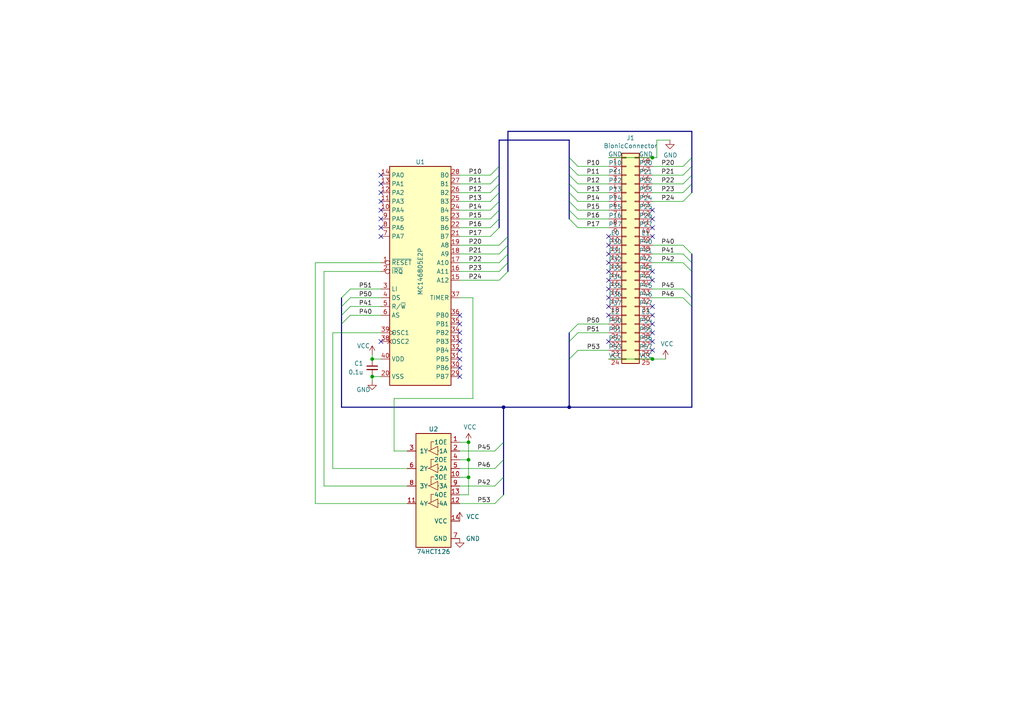
<source format=kicad_sch>
(kicad_sch (version 20211123) (generator eeschema)
  (paper "A4")
  (title_block (title "BionicMC146805E Mezzanine") (date "2022-01-18") (rev "4") (company "Tadashi G. Takaoka"))
  (lib_symbols
    (symbol "0-LocalLibrary:74HCT126" (pin_names (offset 1.016))
      (property "Reference" "U" (at 0 16.51 0))
      (property "Value" "74HCT126" (at 0 -19.05 0))
      (symbol "74HCT126_0_1"
        (polyline (pts (xy -1.2954 10.2108) (xy -1.6002 10.2108)))
        (polyline (pts (xy 1.2954 10.2362) (xy 1.651 10.2362)))
        (polyline (pts (xy 0.7112 10.5664) (xy 0.7112 12.827) (xy -0.127 12.827) (xy -0.1016 12.827)))
      )
      (symbol "74HCT126_1_0"
        (polyline (pts (xy 1.27 10.2362) (xy -1.27 11.5062) (xy -1.27 8.9662) (xy 1.27 10.2362)) (stroke (width 0.1524)))
        (pin input line (at -7.62 12.7 0) (length 2.54) (name "1OE") (number "1"))
        (pin input line (at -7.62 2.54 0) (length 2.54) (name "3OE") (number "10"))
        (pin tri_state line (at 7.62 -5.08 180) (length 2.54) (name "4Y") (number "11"))
        (pin input line (at -7.62 -5.08 0) (length 2.54) (name "4A") (number "12"))
        (pin input line (at -7.62 -2.54 0) (length 2.54) (name "4OE") (number "13"))
        (pin power_in line (at -7.62 -10.16 0) (length 2.54) (name "VCC") (number "14"))
        (pin input line (at -7.62 10.16 0) (length 2.54) (name "1A") (number "2"))
        (pin tri_state line (at 7.62 10.16 180) (length 2.54) (name "1Y") (number "3"))
        (pin input line (at -7.62 7.62 0) (length 2.54) (name "2OE") (number "4"))
        (pin input line (at -7.62 5.08 0) (length 2.54) (name "2A") (number "5"))
        (pin tri_state line (at 7.62 5.08 180) (length 2.54) (name "2Y") (number "6"))
        (pin power_in line (at -7.62 -15.24 0) (length 2.54) (name "GND") (number "7"))
        (pin tri_state line (at 7.62 0 180) (length 2.54) (name "3Y") (number "8"))
        (pin input line (at -7.62 0 0) (length 2.54) (name "3A") (number "9"))
      )
      (symbol "74HCT126_1_1"
        (rectangle (start -5.08 15.24) (end 5.08 -17.78) (stroke (width 0.254)) (fill (type background)))
        (polyline (pts (xy -1.2954 -5.0292) (xy -1.6002 -5.0292)))
        (polyline (pts (xy -1.2954 0.0508) (xy -1.6002 0.0508)))
        (polyline (pts (xy -1.2954 5.1308) (xy -1.6002 5.1308)))
        (polyline (pts (xy 1.2954 -5.0038) (xy 1.651 -5.0038)))
        (polyline (pts (xy 1.2954 0.0762) (xy 1.651 0.0762)))
        (polyline (pts (xy 1.2954 5.1562) (xy 1.651 5.1562)))
        (polyline (pts (xy 0.7112 -4.6736) (xy 0.7112 -2.413) (xy -0.127 -2.413) (xy -0.1016 -2.413)))
        (polyline (pts (xy 0.7112 0.4064) (xy 0.7112 2.667) (xy -0.127 2.667) (xy -0.1016 2.667)))
        (polyline (pts (xy 0.7112 5.4864) (xy 0.7112 7.747) (xy -0.127 7.747) (xy -0.1016 7.747)))
        (polyline (pts (xy 1.27 -5.0038) (xy -1.27 -3.7338) (xy -1.27 -6.2738) (xy 1.27 -5.0038)) (stroke (width 0.1524)))
        (polyline (pts (xy 1.27 0.0762) (xy -1.27 1.3462) (xy -1.27 -1.1938) (xy 1.27 0.0762)) (stroke (width 0.1524)))
        (polyline (pts (xy 1.27 5.1562) (xy -1.27 6.4262) (xy -1.27 3.8862) (xy 1.27 5.1562)) (stroke (width 0.1524)))
      )
    )
    (symbol "0-LocalLibrary:BionicConnector" (pin_names (offset 0))
      (property "Reference" "J" (at 1.27 30.48 0))
      (property "Value" "BionicConnector" (at 3.81 33.02 0))
      (symbol "BionicConnector_1_1"
        (rectangle (start -1.27 -30.353) (end 0 -30.607) (stroke (width 0.1524)))
        (rectangle (start -1.27 -27.813) (end 0 -28.067) (stroke (width 0.1524)))
        (rectangle (start -1.27 -25.273) (end 0 -25.527) (stroke (width 0.1524)))
        (rectangle (start -1.27 -22.733) (end 0 -22.987) (stroke (width 0.1524)))
        (rectangle (start -1.27 -20.193) (end 0 -20.447) (stroke (width 0.1524)))
        (rectangle (start -1.27 -17.653) (end 0 -17.907) (stroke (width 0.1524)))
        (rectangle (start -1.27 -15.113) (end 0 -15.367) (stroke (width 0.1524)))
        (rectangle (start -1.27 -12.573) (end 0 -12.827) (stroke (width 0.1524)))
        (rectangle (start -1.27 -10.033) (end 0 -10.287) (stroke (width 0.1524)))
        (rectangle (start -1.27 -7.493) (end 0 -7.747) (stroke (width 0.1524)))
        (rectangle (start -1.27 -4.953) (end 0 -5.207) (stroke (width 0.1524)))
        (rectangle (start -1.27 -2.413) (end 0 -2.667) (stroke (width 0.1524)))
        (rectangle (start -1.27 0.127) (end 0 -0.127) (stroke (width 0.1524)))
        (rectangle (start -1.27 2.667) (end 0 2.413) (stroke (width 0.1524)))
        (rectangle (start -1.27 5.207) (end 0 4.953) (stroke (width 0.1524)))
        (rectangle (start -1.27 7.747) (end 0 7.493) (stroke (width 0.1524)))
        (rectangle (start -1.27 10.287) (end 0 10.033) (stroke (width 0.1524)))
        (rectangle (start -1.27 12.827) (end 0 12.573) (stroke (width 0.1524)))
        (rectangle (start -1.27 15.367) (end 0 15.113) (stroke (width 0.1524)))
        (rectangle (start -1.27 17.907) (end 0 17.653) (stroke (width 0.1524)))
        (rectangle (start -1.27 20.447) (end 0 20.193) (stroke (width 0.1524)))
        (rectangle (start -1.27 22.987) (end 0 22.733) (stroke (width 0.1524)))
        (rectangle (start -1.27 25.527) (end 0 25.273) (stroke (width 0.1524)))
        (rectangle (start -1.27 28.067) (end 0 27.813) (stroke (width 0.1524)))
        (rectangle (start -1.27 29.21) (end 3.81 -31.75) (stroke (width 0.254)) (fill (type background)))
        (rectangle (start 3.81 -30.353) (end 2.54 -30.607) (stroke (width 0.1524)))
        (rectangle (start 3.81 -27.813) (end 2.54 -28.067) (stroke (width 0.1524)))
        (rectangle (start 3.81 -25.273) (end 2.54 -25.527) (stroke (width 0.1524)))
        (rectangle (start 3.81 -22.733) (end 2.54 -22.987) (stroke (width 0.1524)))
        (rectangle (start 3.81 -20.193) (end 2.54 -20.447) (stroke (width 0.1524)))
        (rectangle (start 3.81 -17.653) (end 2.54 -17.907) (stroke (width 0.1524)))
        (rectangle (start 3.81 -15.113) (end 2.54 -15.367) (stroke (width 0.1524)))
        (rectangle (start 3.81 -12.573) (end 2.54 -12.827) (stroke (width 0.1524)))
        (rectangle (start 3.81 -10.033) (end 2.54 -10.287) (stroke (width 0.1524)))
        (rectangle (start 3.81 -7.493) (end 2.54 -7.747) (stroke (width 0.1524)))
        (rectangle (start 3.81 -4.953) (end 2.54 -5.207) (stroke (width 0.1524)))
        (rectangle (start 3.81 -2.413) (end 2.54 -2.667) (stroke (width 0.1524)))
        (rectangle (start 3.81 0.127) (end 2.54 -0.127) (stroke (width 0.1524)))
        (rectangle (start 3.81 2.667) (end 2.54 2.413) (stroke (width 0.1524)))
        (rectangle (start 3.81 5.207) (end 2.54 4.953) (stroke (width 0.1524)))
        (rectangle (start 3.81 7.747) (end 2.54 7.493) (stroke (width 0.1524)))
        (rectangle (start 3.81 10.287) (end 2.54 10.033) (stroke (width 0.1524)))
        (rectangle (start 3.81 12.827) (end 2.54 12.573) (stroke (width 0.1524)))
        (rectangle (start 3.81 15.367) (end 2.54 15.113) (stroke (width 0.1524)))
        (rectangle (start 3.81 17.907) (end 2.54 17.653) (stroke (width 0.1524)))
        (rectangle (start 3.81 20.447) (end 2.54 20.193) (stroke (width 0.1524)))
        (rectangle (start 3.81 22.987) (end 2.54 22.733) (stroke (width 0.1524)))
        (rectangle (start 3.81 25.527) (end 2.54 25.273) (stroke (width 0.1524)))
        (rectangle (start 3.81 28.067) (end 2.54 27.813) (stroke (width 0.1524)))
        (pin power_out line (at -5.08 27.94 0) (length 3.81) (name "GND") (number "1"))
        (pin bidirectional line (at -5.08 5.08 0) (length 3.81) (name "E0") (number "10"))
        (pin bidirectional line (at -5.08 2.54 0) (length 3.81) (name "P30") (number "11"))
        (pin bidirectional line (at -5.08 0 0) (length 3.81) (name "P31") (number "12"))
        (pin bidirectional line (at -5.08 -2.54 0) (length 3.81) (name "P32") (number "13"))
        (pin bidirectional line (at -5.08 -5.08 0) (length 3.81) (name "P33") (number "14"))
        (pin bidirectional line (at -5.08 -7.62 0) (length 3.81) (name "P34") (number "15"))
        (pin bidirectional line (at -5.08 -10.16 0) (length 3.81) (name "P35") (number "16"))
        (pin bidirectional line (at -5.08 -12.7 0) (length 3.81) (name "P36") (number "17"))
        (pin bidirectional line (at -5.08 -15.24 0) (length 3.81) (name "P37") (number "18"))
        (pin bidirectional line (at -5.08 -17.78 0) (length 3.81) (name "E2") (number "19"))
        (pin bidirectional line (at -5.08 25.4 0) (length 3.81) (name "P10") (number "2"))
        (pin bidirectional line (at -5.08 -20.32 0) (length 3.81) (name "P50") (number "20"))
        (pin bidirectional line (at -5.08 -22.86 0) (length 3.81) (name "P51") (number "21"))
        (pin bidirectional line (at -5.08 -25.4 0) (length 3.81) (name "P52") (number "22"))
        (pin bidirectional line (at -5.08 -27.94 0) (length 3.81) (name "P53") (number "23"))
        (pin power_out line (at -5.08 -30.48 0) (length 3.81) (name "VCC") (number "24"))
        (pin power_in line (at 7.62 -30.48 180) (length 3.81) (name "VCC") (number "25"))
        (pin bidirectional line (at 7.62 -27.94 180) (length 3.81) (name "P57") (number "26"))
        (pin bidirectional line (at 7.62 -25.4 180) (length 3.81) (name "P56") (number "27"))
        (pin bidirectional line (at 7.62 -22.86 180) (length 3.81) (name "P55") (number "28"))
        (pin bidirectional line (at 7.62 -20.32 180) (length 3.81) (name "P54") (number "29"))
        (pin bidirectional line (at -5.08 22.86 0) (length 3.81) (name "P11") (number "3"))
        (pin bidirectional line (at 7.62 -17.78 180) (length 3.81) (name "E3") (number "30"))
        (pin bidirectional line (at 7.62 -15.24 180) (length 3.81) (name "P47") (number "31"))
        (pin bidirectional line (at 7.62 -12.7 180) (length 3.81) (name "P46") (number "32"))
        (pin bidirectional line (at 7.62 -10.16 180) (length 3.81) (name "P45") (number "33"))
        (pin bidirectional line (at 7.62 -7.62 180) (length 3.81) (name "P44") (number "34"))
        (pin bidirectional line (at 7.62 -5.08 180) (length 3.81) (name "P43") (number "35"))
        (pin bidirectional line (at 7.62 -2.54 180) (length 3.81) (name "P42") (number "36"))
        (pin bidirectional line (at 7.62 0 180) (length 3.81) (name "P41") (number "37"))
        (pin bidirectional line (at 7.62 2.54 180) (length 3.81) (name "P40") (number "38"))
        (pin bidirectional line (at 7.62 5.08 180) (length 3.81) (name "E1") (number "39"))
        (pin bidirectional line (at -5.08 20.32 0) (length 3.81) (name "P12") (number "4"))
        (pin bidirectional line (at 7.62 7.62 180) (length 3.81) (name "P27") (number "40"))
        (pin bidirectional line (at 7.62 10.16 180) (length 3.81) (name "P26") (number "41"))
        (pin bidirectional line (at 7.62 12.7 180) (length 3.81) (name "P25") (number "42"))
        (pin bidirectional line (at 7.62 15.24 180) (length 3.81) (name "P24") (number "43"))
        (pin bidirectional line (at 7.62 17.78 180) (length 3.81) (name "P23") (number "44"))
        (pin bidirectional line (at 7.62 20.32 180) (length 3.81) (name "P22") (number "45"))
        (pin bidirectional line (at 7.62 22.86 180) (length 3.81) (name "P21") (number "46"))
        (pin bidirectional line (at 7.62 25.4 180) (length 3.81) (name "P20") (number "47"))
        (pin power_in line (at 7.62 27.94 180) (length 3.81) (name "GND") (number "48"))
        (pin bidirectional line (at -5.08 17.78 0) (length 3.81) (name "P13") (number "5"))
        (pin bidirectional line (at -5.08 15.24 0) (length 3.81) (name "P14") (number "6"))
        (pin bidirectional line (at -5.08 12.7 0) (length 3.81) (name "P15") (number "7"))
        (pin bidirectional line (at -5.08 10.16 0) (length 3.81) (name "P16") (number "8"))
        (pin bidirectional line (at -5.08 7.62 0) (length 3.81) (name "P17") (number "9"))
      )
    )
    (symbol "0-LocalLibrary:MC146805E2P"
      (property "Reference" "U" (at -1.27 31.75 0))
      (property "Value" "MC146805E2P" (at 0 -8.89 90))
      (symbol "MC146805E2P_0_1"
        (rectangle (start -8.89 -33.02) (end 8.89 30.48) (stroke (width 0.254)) (fill (type background)))
      )
      (symbol "MC146805E2P_1_1"
        (pin input inverted (at -11.43 2.54 0) (length 2.54) (name "~{RESET}") (number "1"))
        (pin bidirectional line (at -11.43 17.78 0) (length 2.54) (name "PA4") (number "10"))
        (pin bidirectional line (at -11.43 20.32 0) (length 2.54) (name "PA3") (number "11"))
        (pin bidirectional line (at -11.43 22.86 0) (length 2.54) (name "PA2") (number "12"))
        (pin bidirectional line (at -11.43 25.4 0) (length 2.54) (name "PA1") (number "13"))
        (pin bidirectional line (at -11.43 27.94 0) (length 2.54) (name "PA0") (number "14"))
        (pin output line (at 11.43 -2.54 180) (length 2.54) (name "A12") (number "15"))
        (pin output line (at 11.43 0 180) (length 2.54) (name "A11") (number "16"))
        (pin output line (at 11.43 2.54 180) (length 2.54) (name "A10") (number "17"))
        (pin output line (at 11.43 5.08 180) (length 2.54) (name "A9") (number "18"))
        (pin output line (at 11.43 7.62 180) (length 2.54) (name "A8") (number "19"))
        (pin input inverted (at -11.43 0 0) (length 2.54) (name "~{IRQ}") (number "2"))
        (pin power_in line (at -11.43 -30.48 0) (length 2.54) (name "VSS") (number "20"))
        (pin bidirectional line (at 11.43 10.16 180) (length 2.54) (name "B7") (number "21"))
        (pin bidirectional line (at 11.43 12.7 180) (length 2.54) (name "B6") (number "22"))
        (pin bidirectional line (at 11.43 15.24 180) (length 2.54) (name "B5") (number "23"))
        (pin bidirectional line (at 11.43 17.78 180) (length 2.54) (name "B4") (number "24"))
        (pin bidirectional line (at 11.43 20.32 180) (length 2.54) (name "B3") (number "25"))
        (pin bidirectional line (at 11.43 22.86 180) (length 2.54) (name "B2") (number "26"))
        (pin bidirectional line (at 11.43 25.4 180) (length 2.54) (name "B1") (number "27"))
        (pin bidirectional line (at 11.43 27.94 180) (length 2.54) (name "B0") (number "28"))
        (pin bidirectional line (at 11.43 -30.48 180) (length 2.54) (name "PB7") (number "29"))
        (pin output line (at -11.43 -5.08 0) (length 2.54) (name "LI") (number "3"))
        (pin bidirectional line (at 11.43 -27.94 180) (length 2.54) (name "PB6") (number "30"))
        (pin bidirectional line (at 11.43 -25.4 180) (length 2.54) (name "PB5") (number "31"))
        (pin bidirectional line (at 11.43 -22.86 180) (length 2.54) (name "PB4") (number "32"))
        (pin bidirectional line (at 11.43 -20.32 180) (length 2.54) (name "PB3") (number "33"))
        (pin bidirectional line (at 11.43 -17.78 180) (length 2.54) (name "PB2") (number "34"))
        (pin bidirectional line (at 11.43 -15.24 180) (length 2.54) (name "PB1") (number "35"))
        (pin bidirectional line (at 11.43 -12.7 180) (length 2.54) (name "PB0") (number "36"))
        (pin input line (at 11.43 -7.62 180) (length 2.54) (name "TIMER") (number "37"))
        (pin output non_logic (at -11.43 -20.32 0) (length 2.54) (name "OSC2") (number "38"))
        (pin input clock (at -11.43 -17.78 0) (length 2.54) (name "OSC1") (number "39"))
        (pin output line (at -11.43 -7.62 0) (length 2.54) (name "DS") (number "4"))
        (pin power_in line (at -11.43 -25.4 0) (length 2.54) (name "VDD") (number "40"))
        (pin output line (at -11.43 -10.16 0) (length 2.54) (name "R/~{W}") (number "5"))
        (pin output line (at -11.43 -12.7 0) (length 2.54) (name "AS") (number "6"))
        (pin bidirectional line (at -11.43 10.16 0) (length 2.54) (name "PA7") (number "7"))
        (pin bidirectional line (at -11.43 12.7 0) (length 2.54) (name "PA6") (number "8"))
        (pin bidirectional line (at -11.43 15.24 0) (length 2.54) (name "PA5") (number "9"))
      )
    )
    (symbol "Device:C_Small" (pin_numbers hide) (pin_names (offset 0.254) hide)
      (property "Reference" "C" (at 0.254 1.778 0))
      (property "Value" "C_Small" (at 0.254 -2.032 0))
      (symbol "C_Small_0_1"
        (polyline (pts (xy -1.524 -0.508) (xy 1.524 -0.508)) (stroke (width 0.3302)))
        (polyline (pts (xy -1.524 0.508) (xy 1.524 0.508)) (stroke (width 0.3048)))
      )
      (symbol "C_Small_1_1"
        (pin passive line (at 0 2.54 270) (length 2.032) (name "~") (number "1"))
        (pin passive line (at 0 -2.54 90) (length 2.032) (name "~") (number "2"))
      )
    )
    (symbol "power:GND" (power) (pin_names (offset 0))
      (property "Value" "GND" (at 0 -3.81 0))
      (symbol "GND_0_1"
        (polyline (pts (xy 0 0) (xy 0 -1.27) (xy 1.27 -1.27) (xy 0 -2.54) (xy -1.27 -1.27) (xy 0 -1.27)))
      )
      (symbol "GND_1_1"
        (pin power_in line (at 0 0 270) (length 0) hide (name "GND") (number "1"))
      )
    )
    (symbol "power:VCC" (power) (pin_names (offset 0))
      (property "Value" "VCC" (at 0 3.81 0))
      (symbol "VCC_0_1"
        (polyline (pts (xy -0.762 1.27) (xy 0 2.54)))
        (polyline (pts (xy 0 0) (xy 0 2.54)))
        (polyline (pts (xy 0 2.54) (xy 0.762 1.27)))
      )
      (symbol "VCC_1_1"
        (pin power_in line (at 0 0 90) (length 0) hide (name "VCC") (number "1"))
      )
    )
  )
  (junction (at 107.95 109.22))
  (junction (at 135.89 133.35))
  (junction (at 146.05 118.11))
  (junction (at 165.1 118.11))
  (junction (at 135.89 138.43))
  (junction (at 135.89 128.27))
  (junction (at 189.23 104.14))
  (junction (at 189.23 45.72))
  (junction (at 107.95 104.14))
  (no_connect (at 176.53 99.06))
  (no_connect (at 176.53 86.36))
  (no_connect (at 189.23 66.04))
  (no_connect (at 133.35 101.6))
  (no_connect (at 189.23 93.98))
  (no_connect (at 110.49 99.06))
  (no_connect (at 133.35 96.52))
  (no_connect (at 110.49 66.04))
  (no_connect (at 176.53 73.66))
  (no_connect (at 189.23 101.6))
  (no_connect (at 176.53 68.58))
  (no_connect (at 133.35 109.22))
  (no_connect (at 176.53 78.74))
  (no_connect (at 189.23 96.52))
  (no_connect (at 176.53 83.82))
  (no_connect (at 189.23 60.96))
  (no_connect (at 176.53 91.44))
  (no_connect (at 110.49 53.34))
  (no_connect (at 176.53 88.9))
  (no_connect (at 189.23 91.44))
  (no_connect (at 189.23 88.9))
  (no_connect (at 189.23 78.74))
  (no_connect (at 110.49 55.88))
  (no_connect (at 189.23 63.5))
  (no_connect (at 133.35 104.14))
  (no_connect (at 133.35 99.06))
  (no_connect (at 133.35 91.44))
  (no_connect (at 110.49 63.5))
  (no_connect (at 110.49 50.8))
  (no_connect (at 189.23 81.28))
  (no_connect (at 110.49 58.42))
  (no_connect (at 189.23 99.06))
  (no_connect (at 133.35 93.98))
  (no_connect (at 189.23 68.58))
  (no_connect (at 176.53 76.2))
  (no_connect (at 176.53 81.28))
  (no_connect (at 110.49 68.58))
  (no_connect (at 110.49 60.96))
  (no_connect (at 176.53 71.12))
  (no_connect (at 133.35 106.68))
  (bus_entry (at 147.32 68.58) (size -2.54 2.54))
  (bus_entry (at 200.66 55.88) (size -2.54 2.54))
  (bus_entry (at 101.6 88.9) (size -2.54 2.54))
  (bus_entry (at 101.6 91.44) (size -2.54 2.54))
  (bus_entry (at 147.32 78.74) (size -2.54 2.54))
  (bus_entry (at 142.24 55.88) (size 2.54 -2.54))
  (bus_entry (at 167.64 55.88) (size -2.54 -2.54))
  (bus_entry (at 147.32 71.12) (size -2.54 2.54))
  (bus_entry (at 167.64 63.5) (size -2.54 -2.54))
  (bus_entry (at 101.6 86.36) (size -2.54 2.54))
  (bus_entry (at 167.64 60.96) (size -2.54 -2.54))
  (bus_entry (at 167.64 50.8) (size -2.54 -2.54))
  (bus_entry (at 142.24 53.34) (size 2.54 -2.54))
  (bus_entry (at 142.24 68.58) (size 2.54 -2.54))
  (bus_entry (at 146.05 143.51) (size -2.54 2.54))
  (bus_entry (at 198.12 76.2) (size 2.54 2.54))
  (bus_entry (at 167.64 53.34) (size -2.54 -2.54))
  (bus_entry (at 167.64 101.6) (size -2.54 2.54))
  (bus_entry (at 167.64 58.42) (size -2.54 -2.54))
  (bus_entry (at 101.6 83.82) (size -2.54 2.54))
  (bus_entry (at 147.32 73.66) (size -2.54 2.54))
  (bus_entry (at 142.24 58.42) (size 2.54 -2.54))
  (bus_entry (at 146.05 133.35) (size -2.54 2.54))
  (bus_entry (at 167.64 93.98) (size -2.54 2.54))
  (bus_entry (at 142.24 63.5) (size 2.54 -2.54))
  (bus_entry (at 167.64 48.26) (size -2.54 -2.54))
  (bus_entry (at 167.64 96.52) (size -2.54 2.54))
  (bus_entry (at 198.12 71.12) (size 2.54 2.54))
  (bus_entry (at 142.24 66.04) (size 2.54 -2.54))
  (bus_entry (at 198.12 83.82) (size 2.54 2.54))
  (bus_entry (at 146.05 128.27) (size -2.54 2.54))
  (bus_entry (at 147.32 76.2) (size -2.54 2.54))
  (bus_entry (at 146.05 138.43) (size -2.54 2.54))
  (bus_entry (at 142.24 50.8) (size 2.54 -2.54))
  (bus_entry (at 200.66 45.72) (size -2.54 2.54))
  (bus_entry (at 200.66 48.26) (size -2.54 2.54))
  (bus_entry (at 200.66 53.34) (size -2.54 2.54))
  (bus_entry (at 200.66 50.8) (size -2.54 2.54))
  (bus_entry (at 142.24 60.96) (size 2.54 -2.54))
  (bus_entry (at 198.12 73.66) (size 2.54 2.54))
  (bus_entry (at 198.12 86.36) (size 2.54 2.54))
  (bus_entry (at 167.64 66.04) (size -2.54 -2.54))
  (bus (pts (xy 200.66 48.26) (xy 200.66 50.8)))
  (bus (pts (xy 99.06 91.44) (xy 99.06 93.98)))
  (bus (pts (xy 165.1 55.88) (xy 165.1 58.42)))
  (bus (pts (xy 147.32 73.66) (xy 147.32 76.2)))
  (bus (pts (xy 144.78 50.8) (xy 144.78 53.34)))
  (bus (pts (xy 146.05 118.11) (xy 146.05 128.27)))
  (wire (pts (xy 93.98 78.74) (xy 110.49 78.74)))
  (bus (pts (xy 146.05 133.35) (xy 146.05 138.43)))
  (bus (pts (xy 200.66 50.8) (xy 200.66 53.34)))
  (wire (pts (xy 189.23 48.26) (xy 198.12 48.26)))
  (bus (pts (xy 165.1 48.26) (xy 165.1 50.8)))
  (wire (pts (xy 133.35 78.74) (xy 144.78 78.74)))
  (bus (pts (xy 147.32 76.2) (xy 147.32 78.74)))
  (wire (pts (xy 189.23 71.12) (xy 198.12 71.12)))
  (wire (pts (xy 176.53 104.14) (xy 189.23 104.14)))
  (wire (pts (xy 189.23 73.66) (xy 198.12 73.66)))
  (bus (pts (xy 200.66 86.36) (xy 200.66 88.9)))
  (wire (pts (xy 110.49 109.22) (xy 107.95 109.22)))
  (wire (pts (xy 176.53 50.8) (xy 167.64 50.8)))
  (wire (pts (xy 107.95 104.14) (xy 110.49 104.14)))
  (wire (pts (xy 189.23 58.42) (xy 198.12 58.42)))
  (wire (pts (xy 101.6 88.9) (xy 110.49 88.9)))
  (bus (pts (xy 165.1 53.34) (xy 165.1 55.88)))
  (bus (pts (xy 165.1 58.42) (xy 165.1 60.96)))
  (wire (pts (xy 110.49 96.52) (xy 96.52 96.52)))
  (wire (pts (xy 135.89 133.35) (xy 135.89 138.43)))
  (wire (pts (xy 101.6 86.36) (xy 110.49 86.36)))
  (wire (pts (xy 176.53 48.26) (xy 167.64 48.26)))
  (wire (pts (xy 133.35 86.36) (xy 137.16 86.36)))
  (wire (pts (xy 93.98 140.97) (xy 93.98 78.74)))
  (bus (pts (xy 147.32 38.1) (xy 147.32 68.58)))
  (wire (pts (xy 118.11 140.97) (xy 93.98 140.97)))
  (wire (pts (xy 114.3 130.81) (xy 118.11 130.81)))
  (wire (pts (xy 91.44 76.2) (xy 91.44 146.05)))
  (wire (pts (xy 133.35 71.12) (xy 144.78 71.12)))
  (bus (pts (xy 144.78 40.64) (xy 165.1 40.64)))
  (wire (pts (xy 133.35 133.35) (xy 135.89 133.35)))
  (bus (pts (xy 99.06 118.11) (xy 146.05 118.11)))
  (wire (pts (xy 189.23 86.36) (xy 198.12 86.36)))
  (wire (pts (xy 190.5 40.64) (xy 194.31 40.64)))
  (wire (pts (xy 133.35 66.04) (xy 142.24 66.04)))
  (wire (pts (xy 176.53 66.04) (xy 167.64 66.04)))
  (bus (pts (xy 165.1 50.8) (xy 165.1 53.34)))
  (bus (pts (xy 200.66 78.74) (xy 200.66 86.36)))
  (bus (pts (xy 165.1 99.06) (xy 165.1 104.14)))
  (bus (pts (xy 99.06 86.36) (xy 99.06 88.9)))
  (wire (pts (xy 189.23 55.88) (xy 198.12 55.88)))
  (wire (pts (xy 133.35 81.28) (xy 144.78 81.28)))
  (bus (pts (xy 200.66 53.34) (xy 200.66 55.88)))
  (wire (pts (xy 133.35 76.2) (xy 144.78 76.2)))
  (wire (pts (xy 133.35 128.27) (xy 135.89 128.27)))
  (wire (pts (xy 190.5 40.64) (xy 190.5 45.72)))
  (bus (pts (xy 165.1 96.52) (xy 165.1 99.06)))
  (wire (pts (xy 114.3 115.57) (xy 114.3 130.81)))
  (wire (pts (xy 176.53 101.6) (xy 167.64 101.6)))
  (bus (pts (xy 144.78 58.42) (xy 144.78 60.96)))
  (wire (pts (xy 135.89 138.43) (xy 135.89 143.51)))
  (bus (pts (xy 200.66 88.9) (xy 200.66 118.11)))
  (wire (pts (xy 189.23 76.2) (xy 198.12 76.2)))
  (wire (pts (xy 133.35 63.5) (xy 142.24 63.5)))
  (wire (pts (xy 143.51 140.97) (xy 133.35 140.97)))
  (bus (pts (xy 200.66 38.1) (xy 147.32 38.1)))
  (bus (pts (xy 165.1 40.64) (xy 165.1 45.72)))
  (wire (pts (xy 110.49 76.2) (xy 91.44 76.2)))
  (wire (pts (xy 133.35 138.43) (xy 135.89 138.43)))
  (wire (pts (xy 189.23 53.34) (xy 198.12 53.34)))
  (wire (pts (xy 137.16 86.36) (xy 137.16 115.57)))
  (wire (pts (xy 190.5 45.72) (xy 189.23 45.72)))
  (bus (pts (xy 144.78 40.64) (xy 144.78 48.26)))
  (wire (pts (xy 91.44 146.05) (xy 118.11 146.05)))
  (wire (pts (xy 176.53 55.88) (xy 167.64 55.88)))
  (wire (pts (xy 176.53 93.98) (xy 167.64 93.98)))
  (wire (pts (xy 189.23 83.82) (xy 198.12 83.82)))
  (bus (pts (xy 144.78 48.26) (xy 144.78 50.8)))
  (bus (pts (xy 200.66 76.2) (xy 200.66 78.74)))
  (bus (pts (xy 147.32 71.12) (xy 147.32 73.66)))
  (wire (pts (xy 189.23 104.14) (xy 193.04 104.14)))
  (wire (pts (xy 133.35 55.88) (xy 142.24 55.88)))
  (wire (pts (xy 135.89 143.51) (xy 133.35 143.51)))
  (wire (pts (xy 176.53 45.72) (xy 189.23 45.72)))
  (wire (pts (xy 101.6 91.44) (xy 110.49 91.44)))
  (bus (pts (xy 99.06 88.9) (xy 99.06 91.44)))
  (bus (pts (xy 144.78 63.5) (xy 144.78 66.04)))
  (wire (pts (xy 176.53 96.52) (xy 167.64 96.52)))
  (bus (pts (xy 165.1 104.14) (xy 165.1 118.11)))
  (wire (pts (xy 133.35 68.58) (xy 142.24 68.58)))
  (bus (pts (xy 99.06 93.98) (xy 99.06 118.11)))
  (bus (pts (xy 165.1 118.11) (xy 200.66 118.11)))
  (bus (pts (xy 144.78 60.96) (xy 144.78 63.5)))
  (bus (pts (xy 146.05 118.11) (xy 165.1 118.11)))
  (wire (pts (xy 133.35 53.34) (xy 142.24 53.34)))
  (wire (pts (xy 133.35 58.42) (xy 142.24 58.42)))
  (wire (pts (xy 107.95 104.14) (xy 107.95 102.87)))
  (bus (pts (xy 147.32 68.58) (xy 147.32 71.12)))
  (wire (pts (xy 133.35 130.81) (xy 143.51 130.81)))
  (bus (pts (xy 200.66 38.1) (xy 200.66 45.72)))
  (wire (pts (xy 96.52 96.52) (xy 96.52 135.89)))
  (wire (pts (xy 133.35 135.89) (xy 143.51 135.89)))
  (wire (pts (xy 96.52 135.89) (xy 118.11 135.89)))
  (wire (pts (xy 176.53 60.96) (xy 167.64 60.96)))
  (wire (pts (xy 101.6 83.82) (xy 110.49 83.82)))
  (wire (pts (xy 176.53 53.34) (xy 167.64 53.34)))
  (bus (pts (xy 146.05 138.43) (xy 146.05 143.51)))
  (bus (pts (xy 144.78 53.34) (xy 144.78 55.88)))
  (wire (pts (xy 107.95 110.49) (xy 107.95 109.22)))
  (bus (pts (xy 144.78 55.88) (xy 144.78 58.42)))
  (bus (pts (xy 200.66 45.72) (xy 200.66 48.26)))
  (wire (pts (xy 135.89 128.27) (xy 135.89 133.35)))
  (wire (pts (xy 133.35 60.96) (xy 142.24 60.96)))
  (wire (pts (xy 133.35 50.8) (xy 142.24 50.8)))
  (wire (pts (xy 133.35 146.05) (xy 143.51 146.05)))
  (bus (pts (xy 146.05 128.27) (xy 146.05 133.35)))
  (wire (pts (xy 176.53 63.5) (xy 167.64 63.5)))
  (bus (pts (xy 165.1 45.72) (xy 165.1 48.26)))
  (bus (pts (xy 200.66 73.66) (xy 200.66 76.2)))
  (wire (pts (xy 176.53 58.42) (xy 167.64 58.42)))
  (bus (pts (xy 165.1 60.96) (xy 165.1 63.5)))
  (wire (pts (xy 133.35 73.66) (xy 144.78 73.66)))
  (wire (pts (xy 189.23 50.8) (xy 198.12 50.8)))
  (wire (pts (xy 137.16 115.57) (xy 114.3 115.57)))
  (label "P11" (at 173.99 50.8 180))
  (label "P16" (at 173.99 63.5 180))
  (label "P23" (at 135.89 78.74 0))
  (label "P42" (at 191.77 76.2 0))
  (label "P10" (at 173.99 48.26 180))
  (label "P24" (at 135.89 81.28 0))
  (label "P17" (at 173.99 66.04 180))
  (label "P11" (at 135.89 53.34 0))
  (label "P17" (at 135.89 68.58 0))
  (label "P51" (at 107.95 83.82 180))
  (label "P20" (at 135.89 71.12 0))
  (label "P10" (at 135.89 50.8 0))
  (label "P22" (at 135.89 76.2 0))
  (label "P16" (at 135.89 66.04 0))
  (label "P22" (at 191.77 53.34 0))
  (label "P14" (at 173.99 58.42 180))
  (label "P42" (at 138.43 140.97 0))
  (label "P15" (at 135.89 63.5 0))
  (label "P50" (at 173.99 93.98 180))
  (label "P23" (at 191.77 55.88 0))
  (label "P53" (at 138.43 146.05 0))
  (label "P53" (at 170.18 101.6 0))
  (label "P46" (at 191.77 86.36 0))
  (label "P40" (at 107.95 91.44 180))
  (label "P12" (at 173.99 53.34 180))
  (label "P13" (at 135.89 58.42 0))
  (label "P21" (at 191.77 50.8 0))
  (label "P46" (at 138.43 135.89 0))
  (label "P20" (at 191.77 48.26 0))
  (label "P14" (at 135.89 60.96 0))
  (label "P41" (at 107.95 88.9 180))
  (label "P13" (at 173.99 55.88 180))
  (label "P12" (at 135.89 55.88 0))
  (label "P40" (at 191.77 71.12 0))
  (label "P15" (at 173.99 60.96 180))
  (label "P41" (at 191.77 73.66 0))
  (label "P21" (at 135.89 73.66 0))
  (label "P45" (at 191.77 83.82 0))
  (label "P45" (at 138.43 130.81 0))
  (label "P24" (at 191.77 58.42 0))
  (label "P50" (at 107.95 86.36 180))
  (label "P51" (at 173.99 96.52 180))
  (symbol (lib_id "power:VCC") (at -1352.55 -1136.65 0) (unit 1)
    (property "Reference" "#PWR01" (effects hide))
    (property "Value" "VCC" (at -1352.1182 -1141.0442 0))
  )
  (symbol (lib_id "power:VCC") (at 107.95 102.87 0) (mirror y) (unit 1)
    (property "Reference" "#PWR03" (effects hide))
    (property "Value" "VCC" (at 105.41 100.33 0))
  )
  (symbol (lib_id "power:GND") (at 107.95 110.49 0) (mirror y) (unit 1)
    (property "Reference" "#PWR04" (effects hide))
    (property "Value" "GND" (at 105.41 113.03 0))
  )
  (symbol (lib_id "Device:C_Small") (at 107.95 106.68 0) (mirror y) (unit 1)
    (property "Reference" "C1" (at 105.41 105.41 0) (effects (justify left)))
    (property "Value" "0.1u" (at 105.41 107.95 0) (effects (justify left)))
    (property "Footprint" "Capacitor_THT:C_Disc_D3.4mm_W2.1mm_P2.50mm" (effects hide))
  )
  (symbol (lib_id "power:GND") (at 194.31 40.64 0) (unit 1)
    (property "Reference" "#PWR0101" (effects hide))
    (property "Value" "GND" (at 194.437 45.0342 0))
  )
  (symbol (lib_id "power:VCC") (at 193.04 104.14 0) (unit 1)
    (property "Reference" "#PWR0102" (effects hide))
    (property "Value" "VCC" (at 193.4718 99.7458 0))
  )
  (symbol (lib_id "0-LocalLibrary:74HCT126") (at 125.73 140.97 0) (mirror y) (unit 1)
    (property "Reference" "U2" (at 125.73 124.46 0))
    (property "Value" "74HCT126" (at 125.73 160.02 0))
    (property "Footprint" "Package_DIP:DIP-14_W7.62mm" (effects hide))
    (property "Datasheet" "https://www.ti.com/lit/ds/symlink/cd74hct126.pdf" (effects hide))
  )
  (symbol (lib_id "power:GND") (at 133.35 156.21 0) (unit 1)
    (property "Reference" "#PWR05" (effects hide))
    (property "Value" "GND" (at 137.16 156.21 0))
  )
  (symbol (lib_id "power:VCC") (at 133.35 151.13 0) (unit 1)
    (property "Reference" "#PWR02" (effects hide))
    (property "Value" "VCC" (at 137.16 149.86 0))
  )
  (symbol (lib_id "power:VCC") (at 135.89 128.27 0) (unit 1)
    (property "Reference" "#PWR06" (effects hide))
    (property "Value" "VCC" (at 136.3218 123.8758 0))
  )
  (symbol (lib_id "0-LocalLibrary:MC146805E2P") (at 121.92 78.74 0) (unit 1)
    (property "Reference" "U1" (at 121.92 46.99 0))
    (property "Value" "MC146805E2P" (at 121.92 78.74 90))
    (property "Footprint" "Package_DIP:DIP-40_W15.24mm" (effects hide))
    (property "Datasheet" "https://www.datasheetarchive.com/pdf/download.php?id=8308749ebec04603691dcc4aa7c9e5d85c5a25&type=M&term=MC146805E2P" (effects hide))
  )
  (symbol (lib_id "0-LocalLibrary:BionicConnector") (at 181.61 73.66 0) (unit 1)
    (property "Reference" "J1" (at 182.88 40.005 0))
    (property "Value" "BionicConnector" (at 182.88 42.3164 0))
    (property "Footprint" "0-LocalLibrary:DIP-48_W7.62mm" (effects hide))
    (property "Datasheet" "https://www.arieselec.com/wp-content/uploads/2020/02/10001-universal-dip-zif-test-socket.pdf" (effects hide))
  )
)
</source>
